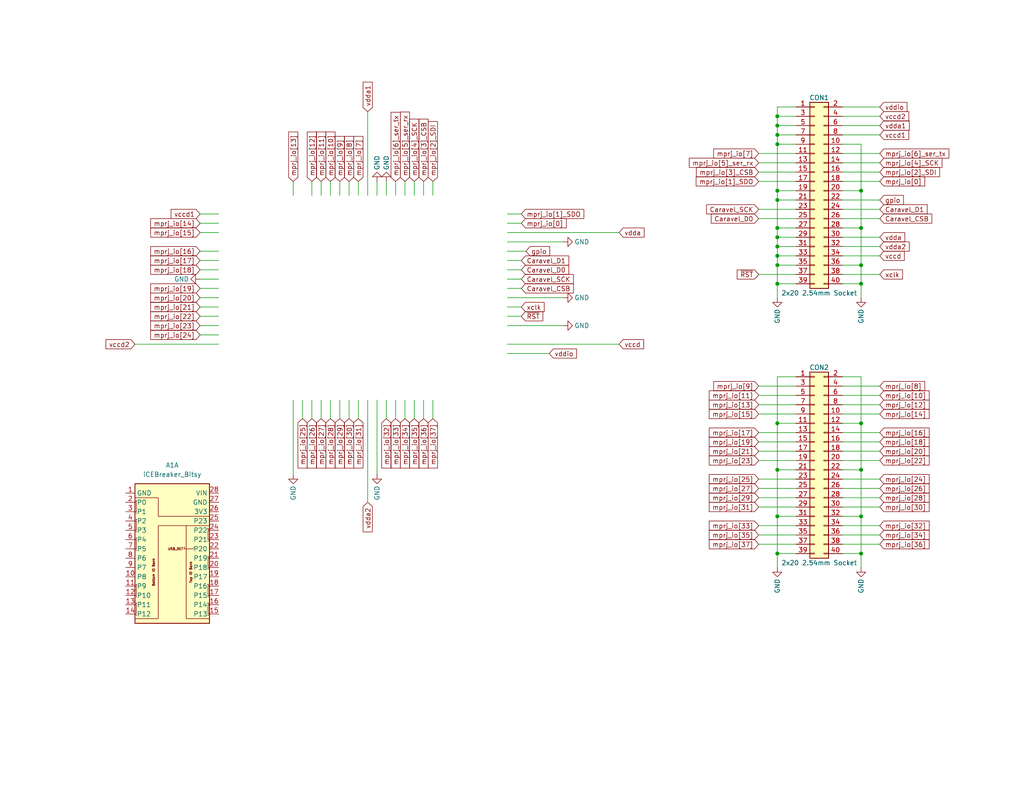
<source format=kicad_sch>
(kicad_sch (version 20211123) (generator eeschema)
  (paper "A")
  (lib_symbols
    (symbol "Connector_Generic:Conn_02x20_Odd_Even" (pin_names (offset 1.016) hide)
      (property "Reference" "J" (at 1.27 25.4 0))
      (property "Value" "Conn_02x20_Odd_Even" (at 1.27 -27.94 0))
      (symbol "Conn_02x20_Odd_Even_1_1"
        (rectangle (start -1.27 -25.273) (end 0 -25.527) (stroke (width 0.1524)))
        (rectangle (start -1.27 -22.733) (end 0 -22.987) (stroke (width 0.1524)))
        (rectangle (start -1.27 -20.193) (end 0 -20.447) (stroke (width 0.1524)))
        (rectangle (start -1.27 -17.653) (end 0 -17.907) (stroke (width 0.1524)))
        (rectangle (start -1.27 -15.113) (end 0 -15.367) (stroke (width 0.1524)))
        (rectangle (start -1.27 -12.573) (end 0 -12.827) (stroke (width 0.1524)))
        (rectangle (start -1.27 -10.033) (end 0 -10.287) (stroke (width 0.1524)))
        (rectangle (start -1.27 -7.493) (end 0 -7.747) (stroke (width 0.1524)))
        (rectangle (start -1.27 -4.953) (end 0 -5.207) (stroke (width 0.1524)))
        (rectangle (start -1.27 -2.413) (end 0 -2.667) (stroke (width 0.1524)))
        (rectangle (start -1.27 0.127) (end 0 -0.127) (stroke (width 0.1524)))
        (rectangle (start -1.27 2.667) (end 0 2.413) (stroke (width 0.1524)))
        (rectangle (start -1.27 5.207) (end 0 4.953) (stroke (width 0.1524)))
        (rectangle (start -1.27 7.747) (end 0 7.493) (stroke (width 0.1524)))
        (rectangle (start -1.27 10.287) (end 0 10.033) (stroke (width 0.1524)))
        (rectangle (start -1.27 12.827) (end 0 12.573) (stroke (width 0.1524)))
        (rectangle (start -1.27 15.367) (end 0 15.113) (stroke (width 0.1524)))
        (rectangle (start -1.27 17.907) (end 0 17.653) (stroke (width 0.1524)))
        (rectangle (start -1.27 20.447) (end 0 20.193) (stroke (width 0.1524)))
        (rectangle (start -1.27 22.987) (end 0 22.733) (stroke (width 0.1524)))
        (rectangle (start -1.27 24.13) (end 3.81 -26.67) (stroke (width 0.254)) (fill (type background)))
        (rectangle (start 3.81 -25.273) (end 2.54 -25.527) (stroke (width 0.1524)))
        (rectangle (start 3.81 -22.733) (end 2.54 -22.987) (stroke (width 0.1524)))
        (rectangle (start 3.81 -20.193) (end 2.54 -20.447) (stroke (width 0.1524)))
        (rectangle (start 3.81 -17.653) (end 2.54 -17.907) (stroke (width 0.1524)))
        (rectangle (start 3.81 -15.113) (end 2.54 -15.367) (stroke (width 0.1524)))
        (rectangle (start 3.81 -12.573) (end 2.54 -12.827) (stroke (width 0.1524)))
        (rectangle (start 3.81 -10.033) (end 2.54 -10.287) (stroke (width 0.1524)))
        (rectangle (start 3.81 -7.493) (end 2.54 -7.747) (stroke (width 0.1524)))
        (rectangle (start 3.81 -4.953) (end 2.54 -5.207) (stroke (width 0.1524)))
        (rectangle (start 3.81 -2.413) (end 2.54 -2.667) (stroke (width 0.1524)))
        (rectangle (start 3.81 0.127) (end 2.54 -0.127) (stroke (width 0.1524)))
        (rectangle (start 3.81 2.667) (end 2.54 2.413) (stroke (width 0.1524)))
        (rectangle (start 3.81 5.207) (end 2.54 4.953) (stroke (width 0.1524)))
        (rectangle (start 3.81 7.747) (end 2.54 7.493) (stroke (width 0.1524)))
        (rectangle (start 3.81 10.287) (end 2.54 10.033) (stroke (width 0.1524)))
        (rectangle (start 3.81 12.827) (end 2.54 12.573) (stroke (width 0.1524)))
        (rectangle (start 3.81 15.367) (end 2.54 15.113) (stroke (width 0.1524)))
        (rectangle (start 3.81 17.907) (end 2.54 17.653) (stroke (width 0.1524)))
        (rectangle (start 3.81 20.447) (end 2.54 20.193) (stroke (width 0.1524)))
        (rectangle (start 3.81 22.987) (end 2.54 22.733) (stroke (width 0.1524)))
        (pin passive line (at -5.08 22.86 0) (length 3.81) (name "Pin_1") (number "1"))
        (pin passive line (at 7.62 12.7 180) (length 3.81) (name "Pin_10") (number "10"))
        (pin passive line (at -5.08 10.16 0) (length 3.81) (name "Pin_11") (number "11"))
        (pin passive line (at 7.62 10.16 180) (length 3.81) (name "Pin_12") (number "12"))
        (pin passive line (at -5.08 7.62 0) (length 3.81) (name "Pin_13") (number "13"))
        (pin passive line (at 7.62 7.62 180) (length 3.81) (name "Pin_14") (number "14"))
        (pin passive line (at -5.08 5.08 0) (length 3.81) (name "Pin_15") (number "15"))
        (pin passive line (at 7.62 5.08 180) (length 3.81) (name "Pin_16") (number "16"))
        (pin passive line (at -5.08 2.54 0) (length 3.81) (name "Pin_17") (number "17"))
        (pin passive line (at 7.62 2.54 180) (length 3.81) (name "Pin_18") (number "18"))
        (pin passive line (at -5.08 0 0) (length 3.81) (name "Pin_19") (number "19"))
        (pin passive line (at 7.62 22.86 180) (length 3.81) (name "Pin_2") (number "2"))
        (pin passive line (at 7.62 0 180) (length 3.81) (name "Pin_20") (number "20"))
        (pin passive line (at -5.08 -2.54 0) (length 3.81) (name "Pin_21") (number "21"))
        (pin passive line (at 7.62 -2.54 180) (length 3.81) (name "Pin_22") (number "22"))
        (pin passive line (at -5.08 -5.08 0) (length 3.81) (name "Pin_23") (number "23"))
        (pin passive line (at 7.62 -5.08 180) (length 3.81) (name "Pin_24") (number "24"))
        (pin passive line (at -5.08 -7.62 0) (length 3.81) (name "Pin_25") (number "25"))
        (pin passive line (at 7.62 -7.62 180) (length 3.81) (name "Pin_26") (number "26"))
        (pin passive line (at -5.08 -10.16 0) (length 3.81) (name "Pin_27") (number "27"))
        (pin passive line (at 7.62 -10.16 180) (length 3.81) (name "Pin_28") (number "28"))
        (pin passive line (at -5.08 -12.7 0) (length 3.81) (name "Pin_29") (number "29"))
        (pin passive line (at -5.08 20.32 0) (length 3.81) (name "Pin_3") (number "3"))
        (pin passive line (at 7.62 -12.7 180) (length 3.81) (name "Pin_30") (number "30"))
        (pin passive line (at -5.08 -15.24 0) (length 3.81) (name "Pin_31") (number "31"))
        (pin passive line (at 7.62 -15.24 180) (length 3.81) (name "Pin_32") (number "32"))
        (pin passive line (at -5.08 -17.78 0) (length 3.81) (name "Pin_33") (number "33"))
        (pin passive line (at 7.62 -17.78 180) (length 3.81) (name "Pin_34") (number "34"))
        (pin passive line (at -5.08 -20.32 0) (length 3.81) (name "Pin_35") (number "35"))
        (pin passive line (at 7.62 -20.32 180) (length 3.81) (name "Pin_36") (number "36"))
        (pin passive line (at -5.08 -22.86 0) (length 3.81) (name "Pin_37") (number "37"))
        (pin passive line (at 7.62 -22.86 180) (length 3.81) (name "Pin_38") (number "38"))
        (pin passive line (at -5.08 -25.4 0) (length 3.81) (name "Pin_39") (number "39"))
        (pin passive line (at 7.62 20.32 180) (length 3.81) (name "Pin_4") (number "4"))
        (pin passive line (at 7.62 -25.4 180) (length 3.81) (name "Pin_40") (number "40"))
        (pin passive line (at -5.08 17.78 0) (length 3.81) (name "Pin_5") (number "5"))
        (pin passive line (at 7.62 17.78 180) (length 3.81) (name "Pin_6") (number "6"))
        (pin passive line (at -5.08 15.24 0) (length 3.81) (name "Pin_7") (number "7"))
        (pin passive line (at 7.62 15.24 180) (length 3.81) (name "Pin_8") (number "8"))
        (pin passive line (at -5.08 12.7 0) (length 3.81) (name "Pin_9") (number "9"))
      )
    )
    (symbol "ok-modules:iCEBreaker_Bitsy"
      (property "Reference" "A" (at -8.89 19.05 0))
      (property "Value" "iCEBreaker_Bitsy" (at -10.16 -21.59 0))
      (symbol "iCEBreaker_Bitsy_1_0"
        (polyline (pts (xy 3.175 0.381) (xy 3.429 0.381)))
        (polyline (pts (xy 3.302 0.508) (xy 3.302 0.254)))
        (polyline (pts (xy 5.715 0.381) (xy 5.969 0.381)))
        (polyline (pts (xy 9.652 2.159) (xy 9.906 2.159)))
        (polyline (pts (xy 9.652 5.461) (xy 9.906 5.461)))
        (polyline (pts (xy 9.779 5.334) (xy 9.779 5.588)))
        (polyline (pts (xy 10.16 -19.05) (xy 3.81 -19.05) (xy 3.81 6.35)))
        (polyline (pts (xy -10.16 13.97) (xy -3.81 13.97) (xy -3.81 8.89) (xy 10.16 8.89)))
        (polyline (pts (xy 10.16 2.54) (xy 9.779 2.54) (xy 9.779 5.08) (xy 10.16 5.08)))
        (polyline (pts (xy 10.16 6.35) (xy -3.81 6.35) (xy -3.81 -19.05) (xy -10.16 -19.05)))
        (text "Bottom IO Bank" (at -5.08 -6.35 900) (effects (font (size 0.635 0.635))))
        (text "Top IO Bank" (at 5.08 -6.35 900) (effects (font (size 0.635 0.635))))
        (text "USB_DET" (at 3.048 0 0) (effects (font (size 0.635 0.635)) (justify right)))
      )
      (symbol "iCEBreaker_Bitsy_1_1"
        (rectangle (start -10.16 17.78) (end 10.16 -20.32) (stroke (width 0.254)) (fill (type background)))
        (polyline (pts (xy -9.906 -18.161) (xy -9.652 -18.161)))
        (polyline (pts (xy -9.906 -14.859) (xy -9.652 -14.859)))
        (polyline (pts (xy -9.906 -13.081) (xy -9.652 -13.081)))
        (polyline (pts (xy -9.906 -9.779) (xy -9.652 -9.779)))
        (polyline (pts (xy -9.906 -0.381) (xy -9.652 -0.381)))
        (polyline (pts (xy -9.906 2.921) (xy -9.652 2.921)))
        (polyline (pts (xy -9.906 4.699) (xy -9.652 4.699)))
        (polyline (pts (xy -9.906 8.001) (xy -9.652 8.001)))
        (polyline (pts (xy -9.906 9.779) (xy -9.652 9.779)))
        (polyline (pts (xy -9.906 13.081) (xy -9.652 13.081)))
        (polyline (pts (xy -9.779 -14.986) (xy -9.779 -14.732)))
        (polyline (pts (xy -9.779 -9.906) (xy -9.779 -9.652)))
        (polyline (pts (xy -9.779 2.794) (xy -9.779 3.048)))
        (polyline (pts (xy -9.779 7.874) (xy -9.779 8.128)))
        (polyline (pts (xy -9.779 13.208) (xy -9.779 12.954)))
        (polyline (pts (xy 5.842 0) (xy 3.175 0)))
        (polyline (pts (xy 9.652 -18.161) (xy 9.906 -18.161)))
        (polyline (pts (xy 9.652 -14.859) (xy 9.906 -14.859)))
        (polyline (pts (xy 9.652 -13.081) (xy 9.906 -13.081)))
        (polyline (pts (xy 9.652 -9.779) (xy 9.906 -9.779)))
        (polyline (pts (xy 9.652 -5.461) (xy 9.906 -5.461)))
        (polyline (pts (xy 9.652 -2.159) (xy 9.906 -2.159)))
        (polyline (pts (xy 9.779 -14.986) (xy 9.779 -14.732)))
        (polyline (pts (xy 9.779 -9.906) (xy 9.779 -9.652)))
        (polyline (pts (xy 9.779 -2.286) (xy 9.779 -2.032)))
        (polyline (pts (xy -10.16 -15.24) (xy -9.779 -15.24) (xy -9.779 -17.78) (xy -10.16 -17.78)))
        (polyline (pts (xy -10.16 -10.16) (xy -9.779 -10.16) (xy -9.779 -12.7) (xy -10.16 -12.7)))
        (polyline (pts (xy -10.16 2.54) (xy -9.779 2.54) (xy -9.779 0) (xy -10.16 0)))
        (polyline (pts (xy -10.16 7.62) (xy -9.779 7.62) (xy -9.779 5.08) (xy -10.16 5.08)))
        (polyline (pts (xy -10.16 12.7) (xy -9.779 12.7) (xy -9.779 10.16) (xy -10.16 10.16)))
        (polyline (pts (xy 10.16 -17.78) (xy 9.779 -17.78) (xy 9.779 -15.24) (xy 10.16 -15.24)))
        (polyline (pts (xy 10.16 -12.7) (xy 9.779 -12.7) (xy 9.779 -10.16) (xy 10.16 -10.16)))
        (polyline (pts (xy 10.16 -5.08) (xy 9.779 -5.08) (xy 9.779 -2.54) (xy 10.16 -2.54)))
        (pin power_out line (at -12.7 15.24 0) (length 2.54) (name "GND") (number "1"))
        (pin bidirectional line (at -12.7 -7.62 0) (length 2.54) (name "P8") (number "10"))
        (pin bidirectional line (at -12.7 -10.16 0) (length 2.54) (name "P9") (number "11"))
        (pin bidirectional line (at -12.7 -12.7 0) (length 2.54) (name "P10") (number "12"))
        (pin bidirectional line (at -12.7 -15.24 0) (length 2.54) (name "P11") (number "13"))
        (pin bidirectional line (at -12.7 -17.78 0) (length 2.54) (name "P12") (number "14"))
        (pin bidirectional line (at 12.7 -17.78 180) (length 2.54) (name "P13") (number "15"))
        (pin bidirectional line (at 12.7 -15.24 180) (length 2.54) (name "P14") (number "16"))
        (pin bidirectional line (at 12.7 -12.7 180) (length 2.54) (name "P15") (number "17"))
        (pin bidirectional line (at 12.7 -10.16 180) (length 2.54) (name "P16") (number "18"))
        (pin bidirectional line (at 12.7 -7.62 180) (length 2.54) (name "P17") (number "19"))
        (pin bidirectional line (at -12.7 12.7 0) (length 2.54) (name "P0") (number "2"))
        (pin bidirectional line (at 12.7 -5.08 180) (length 2.54) (name "P18") (number "20"))
        (pin bidirectional line (at 12.7 -2.54 180) (length 2.54) (name "P19") (number "21"))
        (pin bidirectional line (at 12.7 0 180) (length 2.54) (name "P20") (number "22"))
        (pin bidirectional line (at 12.7 2.54 180) (length 2.54) (name "P21") (number "23"))
        (pin bidirectional line (at 12.7 5.08 180) (length 2.54) (name "P22") (number "24"))
        (pin bidirectional line (at 12.7 7.62 180) (length 2.54) (name "P23") (number "25"))
        (pin power_out line (at 12.7 10.16 180) (length 2.54) (name "3V3") (number "26"))
        (pin power_out line (at 12.7 12.7 180) (length 2.54) (name "GND") (number "27"))
        (pin power_in line (at 12.7 15.24 180) (length 2.54) (name "VIN") (number "28"))
        (pin bidirectional line (at -12.7 10.16 0) (length 2.54) (name "P1") (number "3"))
        (pin bidirectional line (at -12.7 7.62 0) (length 2.54) (name "P2") (number "4"))
        (pin bidirectional line (at -12.7 5.08 0) (length 2.54) (name "P3") (number "5"))
        (pin bidirectional line (at -12.7 2.54 0) (length 2.54) (name "P4") (number "6"))
        (pin bidirectional line (at -12.7 0 0) (length 2.54) (name "P5") (number "7"))
        (pin bidirectional line (at -12.7 -2.54 0) (length 2.54) (name "P6") (number "8"))
        (pin bidirectional line (at -12.7 -5.08 0) (length 2.54) (name "P7") (number "9"))
      )
      (symbol "iCEBreaker_Bitsy_2_1"
        (rectangle (start -5.08 7.62) (end 5.08 -5.08) (stroke (width 0.254)) (fill (type background)))
        (pin power_out line (at 7.62 -2.54 180) (length 2.54) (name "3V3") (number "29"))
        (pin power_out line (at 7.62 0 180) (length 2.54) (name "GND") (number "30"))
        (pin input line (at 7.62 2.54 180) (length 2.54) (name "CRESET") (number "31"))
        (pin output line (at 7.62 5.08 180) (length 2.54) (name "CDONE") (number "32"))
      )
      (symbol "iCEBreaker_Bitsy_3_1"
        (rectangle (start -5.08 7.62) (end 5.08 -5.08) (stroke (width 0.254)) (fill (type background)))
        (pin bidirectional line (at -7.62 -2.54 0) (length 2.54) (name "SPI_COPI") (number "33"))
        (pin bidirectional line (at -7.62 0 0) (length 2.54) (name "SPI_CIPO") (number "34"))
        (pin bidirectional line (at -7.62 2.54 0) (length 2.54) (name "SPI_SCK") (number "35"))
        (pin bidirectional line (at -7.62 5.08 0) (length 2.54) (name "SPI_CS") (number "36"))
      )
    )
    (symbol "power:GND" (power) (pin_names (offset 0))
      (property "Value" "GND" (at 0 -3.81 0))
      (symbol "GND_0_1"
        (polyline (pts (xy 0 0) (xy 0 -1.27) (xy 1.27 -1.27) (xy 0 -2.54) (xy -1.27 -1.27) (xy 0 -1.27)))
      )
      (symbol "GND_1_1"
        (pin power_in line (at 0 0 270) (length 0) hide (name "GND") (number "1"))
      )
    )
  )
  (junction (at 212.09 62.23))
  (junction (at 212.09 52.07))
  (junction (at 212.09 64.77))
  (junction (at 212.09 34.29))
  (junction (at 234.95 62.23))
  (junction (at 212.09 128.27))
  (junction (at 212.09 36.83))
  (junction (at 212.09 67.31))
  (junction (at 234.95 140.97))
  (junction (at 212.09 69.85))
  (junction (at 212.09 72.39))
  (junction (at 212.09 77.47))
  (junction (at 234.95 151.13))
  (junction (at 212.09 115.57))
  (junction (at 212.09 151.13))
  (junction (at 234.95 115.57))
  (junction (at 234.95 52.07))
  (junction (at 212.09 39.37))
  (junction (at 212.09 31.75))
  (junction (at 234.95 128.27))
  (junction (at 212.09 54.61))
  (junction (at 234.95 72.39))
  (junction (at 212.09 140.97))
  (junction (at 234.95 77.47))
  (wire (pts (xy 229.87 120.65) (xy 240.03 120.65)))
  (wire (pts (xy 229.87 135.89) (xy 240.03 135.89)))
  (wire (pts (xy 100.33 30.48) (xy 100.33 53.34)))
  (wire (pts (xy 207.01 74.93) (xy 217.17 74.93)))
  (wire (pts (xy 138.43 96.52) (xy 149.86 96.52)))
  (wire (pts (xy 217.17 69.85) (xy 212.09 69.85)))
  (wire (pts (xy 229.87 29.21) (xy 240.03 29.21)))
  (wire (pts (xy 207.01 59.69) (xy 217.17 59.69)))
  (wire (pts (xy 59.69 83.82) (xy 54.61 83.82)))
  (wire (pts (xy 138.43 63.5) (xy 168.91 63.5)))
  (wire (pts (xy 229.87 74.93) (xy 240.03 74.93)))
  (wire (pts (xy 229.87 105.41) (xy 240.03 105.41)))
  (wire (pts (xy 207.01 113.03) (xy 217.17 113.03)))
  (wire (pts (xy 212.09 36.83) (xy 212.09 39.37)))
  (wire (pts (xy 59.69 73.66) (xy 54.61 73.66)))
  (wire (pts (xy 229.87 118.11) (xy 240.03 118.11)))
  (wire (pts (xy 212.09 102.87) (xy 212.09 115.57)))
  (wire (pts (xy 229.87 115.57) (xy 234.95 115.57)))
  (wire (pts (xy 229.87 125.73) (xy 240.03 125.73)))
  (wire (pts (xy 207.01 123.19) (xy 217.17 123.19)))
  (wire (pts (xy 212.09 128.27) (xy 212.09 140.97)))
  (wire (pts (xy 207.01 118.11) (xy 217.17 118.11)))
  (wire (pts (xy 229.87 34.29) (xy 240.03 34.29)))
  (wire (pts (xy 82.55 114.3) (xy 82.55 109.22)))
  (wire (pts (xy 80.01 49.53) (xy 80.01 53.34)))
  (wire (pts (xy 142.24 71.12) (xy 138.43 71.12)))
  (wire (pts (xy 207.01 125.73) (xy 217.17 125.73)))
  (wire (pts (xy 80.01 129.54) (xy 80.01 109.22)))
  (wire (pts (xy 115.57 114.3) (xy 115.57 109.22)))
  (wire (pts (xy 212.09 31.75) (xy 217.17 31.75)))
  (wire (pts (xy 229.87 110.49) (xy 240.03 110.49)))
  (wire (pts (xy 229.87 62.23) (xy 234.95 62.23)))
  (wire (pts (xy 229.87 49.53) (xy 240.03 49.53)))
  (wire (pts (xy 234.95 128.27) (xy 234.95 140.97)))
  (wire (pts (xy 54.61 58.42) (xy 59.69 58.42)))
  (wire (pts (xy 229.87 146.05) (xy 240.03 146.05)))
  (wire (pts (xy 113.03 114.3) (xy 113.03 109.22)))
  (wire (pts (xy 207.01 49.53) (xy 217.17 49.53)))
  (wire (pts (xy 142.24 83.82) (xy 138.43 83.82)))
  (wire (pts (xy 217.17 102.87) (xy 212.09 102.87)))
  (wire (pts (xy 229.87 57.15) (xy 240.03 57.15)))
  (wire (pts (xy 92.71 114.3) (xy 92.71 109.22)))
  (wire (pts (xy 36.83 93.98) (xy 59.69 93.98)))
  (wire (pts (xy 229.87 140.97) (xy 234.95 140.97)))
  (wire (pts (xy 97.79 114.3) (xy 97.79 109.22)))
  (wire (pts (xy 229.87 123.19) (xy 240.03 123.19)))
  (wire (pts (xy 212.09 64.77) (xy 212.09 67.31)))
  (wire (pts (xy 110.49 114.3) (xy 110.49 109.22)))
  (wire (pts (xy 212.09 39.37) (xy 217.17 39.37)))
  (wire (pts (xy 207.01 146.05) (xy 217.17 146.05)))
  (wire (pts (xy 207.01 143.51) (xy 217.17 143.51)))
  (wire (pts (xy 138.43 93.98) (xy 168.91 93.98)))
  (wire (pts (xy 207.01 138.43) (xy 217.17 138.43)))
  (wire (pts (xy 212.09 34.29) (xy 212.09 36.83)))
  (wire (pts (xy 212.09 54.61) (xy 212.09 62.23)))
  (wire (pts (xy 229.87 107.95) (xy 240.03 107.95)))
  (wire (pts (xy 229.87 72.39) (xy 234.95 72.39)))
  (wire (pts (xy 100.33 109.22) (xy 100.33 137.16)))
  (wire (pts (xy 212.09 69.85) (xy 212.09 72.39)))
  (wire (pts (xy 207.01 120.65) (xy 217.17 120.65)))
  (wire (pts (xy 90.17 49.53) (xy 90.17 53.34)))
  (wire (pts (xy 212.09 140.97) (xy 217.17 140.97)))
  (wire (pts (xy 229.87 67.31) (xy 240.03 67.31)))
  (wire (pts (xy 105.41 49.53) (xy 105.41 53.34)))
  (wire (pts (xy 142.24 73.66) (xy 138.43 73.66)))
  (wire (pts (xy 212.09 151.13) (xy 212.09 154.94)))
  (wire (pts (xy 142.24 78.74) (xy 138.43 78.74)))
  (wire (pts (xy 110.49 49.53) (xy 110.49 53.34)))
  (wire (pts (xy 212.09 77.47) (xy 217.17 77.47)))
  (wire (pts (xy 90.17 114.3) (xy 90.17 109.22)))
  (wire (pts (xy 234.95 72.39) (xy 234.95 77.47)))
  (wire (pts (xy 85.09 114.3) (xy 85.09 109.22)))
  (wire (pts (xy 87.63 114.3) (xy 87.63 109.22)))
  (wire (pts (xy 118.11 53.34) (xy 118.11 49.53)))
  (wire (pts (xy 229.87 130.81) (xy 240.03 130.81)))
  (wire (pts (xy 234.95 77.47) (xy 234.95 81.28)))
  (wire (pts (xy 153.67 66.04) (xy 138.43 66.04)))
  (wire (pts (xy 234.95 140.97) (xy 234.95 151.13)))
  (wire (pts (xy 212.09 31.75) (xy 212.09 34.29)))
  (wire (pts (xy 229.87 148.59) (xy 240.03 148.59)))
  (wire (pts (xy 229.87 138.43) (xy 240.03 138.43)))
  (wire (pts (xy 217.17 72.39) (xy 212.09 72.39)))
  (wire (pts (xy 217.17 64.77) (xy 212.09 64.77)))
  (wire (pts (xy 143.51 68.58) (xy 138.43 68.58)))
  (wire (pts (xy 229.87 46.99) (xy 240.03 46.99)))
  (wire (pts (xy 59.69 91.44) (xy 54.61 91.44)))
  (wire (pts (xy 107.95 49.53) (xy 107.95 53.34)))
  (wire (pts (xy 95.25 49.53) (xy 95.25 53.34)))
  (wire (pts (xy 207.01 44.45) (xy 217.17 44.45)))
  (wire (pts (xy 229.87 64.77) (xy 240.03 64.77)))
  (wire (pts (xy 92.71 49.53) (xy 92.71 53.34)))
  (wire (pts (xy 113.03 49.53) (xy 113.03 53.34)))
  (wire (pts (xy 212.09 67.31) (xy 212.09 69.85)))
  (wire (pts (xy 142.24 76.2) (xy 138.43 76.2)))
  (wire (pts (xy 207.01 110.49) (xy 217.17 110.49)))
  (wire (pts (xy 207.01 107.95) (xy 217.17 107.95)))
  (wire (pts (xy 207.01 148.59) (xy 217.17 148.59)))
  (wire (pts (xy 59.69 81.28) (xy 54.61 81.28)))
  (wire (pts (xy 212.09 29.21) (xy 217.17 29.21)))
  (wire (pts (xy 212.09 115.57) (xy 212.09 128.27)))
  (wire (pts (xy 59.69 68.58) (xy 54.61 68.58)))
  (wire (pts (xy 229.87 113.03) (xy 240.03 113.03)))
  (wire (pts (xy 229.87 41.91) (xy 240.03 41.91)))
  (wire (pts (xy 234.95 115.57) (xy 234.95 128.27)))
  (wire (pts (xy 229.87 102.87) (xy 234.95 102.87)))
  (wire (pts (xy 97.79 49.53) (xy 97.79 53.34)))
  (wire (pts (xy 207.01 41.91) (xy 217.17 41.91)))
  (wire (pts (xy 59.69 71.12) (xy 54.61 71.12)))
  (wire (pts (xy 212.09 128.27) (xy 217.17 128.27)))
  (wire (pts (xy 212.09 29.21) (xy 212.09 31.75)))
  (wire (pts (xy 102.87 53.34) (xy 102.87 49.53)))
  (wire (pts (xy 217.17 62.23) (xy 212.09 62.23)))
  (wire (pts (xy 212.09 115.57) (xy 217.17 115.57)))
  (wire (pts (xy 229.87 44.45) (xy 240.03 44.45)))
  (wire (pts (xy 59.69 78.74) (xy 54.61 78.74)))
  (wire (pts (xy 234.95 151.13) (xy 234.95 154.94)))
  (wire (pts (xy 229.87 59.69) (xy 240.03 59.69)))
  (wire (pts (xy 115.57 49.53) (xy 115.57 53.34)))
  (wire (pts (xy 229.87 31.75) (xy 240.03 31.75)))
  (wire (pts (xy 229.87 151.13) (xy 234.95 151.13)))
  (wire (pts (xy 229.87 52.07) (xy 234.95 52.07)))
  (wire (pts (xy 207.01 57.15) (xy 217.17 57.15)))
  (wire (pts (xy 153.67 88.9) (xy 138.43 88.9)))
  (wire (pts (xy 229.87 69.85) (xy 240.03 69.85)))
  (wire (pts (xy 212.09 52.07) (xy 212.09 54.61)))
  (wire (pts (xy 54.61 63.5) (xy 59.69 63.5)))
  (wire (pts (xy 85.09 49.53) (xy 85.09 53.34)))
  (wire (pts (xy 212.09 34.29) (xy 217.17 34.29)))
  (wire (pts (xy 229.87 77.47) (xy 234.95 77.47)))
  (wire (pts (xy 105.41 114.3) (xy 105.41 109.22)))
  (wire (pts (xy 212.09 39.37) (xy 212.09 52.07)))
  (wire (pts (xy 229.87 133.35) (xy 240.03 133.35)))
  (wire (pts (xy 229.87 39.37) (xy 234.95 39.37)))
  (wire (pts (xy 59.69 86.36) (xy 54.61 86.36)))
  (wire (pts (xy 212.09 151.13) (xy 217.17 151.13)))
  (wire (pts (xy 229.87 143.51) (xy 240.03 143.51)))
  (wire (pts (xy 212.09 77.47) (xy 212.09 81.28)))
  (wire (pts (xy 212.09 140.97) (xy 212.09 151.13)))
  (wire (pts (xy 207.01 135.89) (xy 217.17 135.89)))
  (wire (pts (xy 229.87 36.83) (xy 240.03 36.83)))
  (wire (pts (xy 207.01 130.81) (xy 217.17 130.81)))
  (wire (pts (xy 234.95 39.37) (xy 234.95 52.07)))
  (wire (pts (xy 234.95 62.23) (xy 234.95 72.39)))
  (wire (pts (xy 142.24 58.42) (xy 138.43 58.42)))
  (wire (pts (xy 212.09 36.83) (xy 217.17 36.83)))
  (wire (pts (xy 212.09 54.61) (xy 217.17 54.61)))
  (wire (pts (xy 107.95 114.3) (xy 107.95 109.22)))
  (wire (pts (xy 87.63 49.53) (xy 87.63 53.34)))
  (wire (pts (xy 207.01 133.35) (xy 217.17 133.35)))
  (wire (pts (xy 153.67 81.28) (xy 138.43 81.28)))
  (wire (pts (xy 207.01 46.99) (xy 217.17 46.99)))
  (wire (pts (xy 118.11 114.3) (xy 118.11 109.22)))
  (wire (pts (xy 95.25 114.3) (xy 95.25 109.22)))
  (wire (pts (xy 54.61 76.2) (xy 59.69 76.2)))
  (wire (pts (xy 234.95 102.87) (xy 234.95 115.57)))
  (wire (pts (xy 142.24 86.36) (xy 138.43 86.36)))
  (wire (pts (xy 212.09 62.23) (xy 212.09 64.77)))
  (wire (pts (xy 234.95 52.07) (xy 234.95 62.23)))
  (wire (pts (xy 229.87 128.27) (xy 234.95 128.27)))
  (wire (pts (xy 59.69 88.9) (xy 54.61 88.9)))
  (wire (pts (xy 207.01 105.41) (xy 217.17 105.41)))
  (wire (pts (xy 229.87 54.61) (xy 240.03 54.61)))
  (wire (pts (xy 217.17 67.31) (xy 212.09 67.31)))
  (wire (pts (xy 59.69 60.96) (xy 54.61 60.96)))
  (wire (pts (xy 102.87 129.54) (xy 102.87 109.22)))
  (wire (pts (xy 212.09 72.39) (xy 212.09 77.47)))
  (wire (pts (xy 212.09 52.07) (xy 217.17 52.07)))
  (wire (pts (xy 142.24 60.96) (xy 138.43 60.96)))
  (global_label "mprj_io[11]" (shape input) (at 207.01 107.95 180) (property "Intersheet References" "${INTERSHEET_REFS}" (effects hide)))
  (global_label "mprj_io[10]" (shape input) (at 240.03 107.95 0) (property "Intersheet References" "${INTERSHEET_REFS}" (effects hide)))
  (global_label "mprj_io[17]" (shape input) (at 54.61 71.12 180) (property "Intersheet References" "${INTERSHEET_REFS}" (effects hide)))
  (global_label "mprj_io[13]" (shape input) (at 80.01 49.53 90) (property "Intersheet References" "${INTERSHEET_REFS}" (effects hide)))
  (global_label "mprj_io[10]" (shape input) (at 90.17 49.53 90) (property "Intersheet References" "${INTERSHEET_REFS}" (effects hide)))
  (global_label "vccd2" (shape input) (at 36.83 93.98 180) (property "Intersheet References" "${INTERSHEET_REFS}" (effects hide)))
  (global_label "vccd" (shape input) (at 168.91 93.98 0) (property "Intersheet References" "${INTERSHEET_REFS}" (effects hide)))
  (global_label "mprj_io[29]" (shape input) (at 92.71 114.3 270) (property "Intersheet References" "${INTERSHEET_REFS}" (effects hide)))
  (global_label "mprj_io[17]" (shape input) (at 207.01 118.11 180) (property "Intersheet References" "${INTERSHEET_REFS}" (effects hide)))
  (global_label "vdda1" (shape input) (at 100.33 30.48 90) (property "Intersheet References" "${INTERSHEET_REFS}" (effects hide)))
  (global_label "mprj_io[31]" (shape input) (at 97.79 114.3 270) (property "Intersheet References" "${INTERSHEET_REFS}" (effects hide)))
  (global_label "Caravel_CSB" (shape input) (at 142.24 78.74 0) (property "Intersheet References" "${INTERSHEET_REFS}" (effects hide)))
  (global_label "mprj_io[19]" (shape input) (at 207.01 120.65 180) (property "Intersheet References" "${INTERSHEET_REFS}" (effects hide)))
  (global_label "vdda1" (shape input) (at 240.03 34.29 0) (property "Intersheet References" "${INTERSHEET_REFS}" (effects hide)))
  (global_label "mprj_io[5]_ser_rx" (shape input) (at 110.49 49.53 90) (property "Intersheet References" "${INTERSHEET_REFS}" (effects hide)))
  (global_label "mprj_io[16]" (shape input) (at 54.61 68.58 180) (property "Intersheet References" "${INTERSHEET_REFS}" (effects hide)))
  (global_label "mprj_io[34]" (shape input) (at 110.49 114.3 270) (property "Intersheet References" "${INTERSHEET_REFS}" (effects hide)))
  (global_label "mprj_io[12]" (shape input) (at 85.09 49.53 90) (property "Intersheet References" "${INTERSHEET_REFS}" (effects hide)))
  (global_label "mprj_io[6]_ser_tx" (shape input) (at 240.03 41.91 0) (property "Intersheet References" "${INTERSHEET_REFS}" (effects hide)))
  (global_label "vddio" (shape input) (at 240.03 29.21 0) (property "Intersheet References" "${INTERSHEET_REFS}" (effects hide)))
  (global_label "mprj_io[14]" (shape input) (at 54.61 60.96 180) (property "Intersheet References" "${INTERSHEET_REFS}" (effects hide)))
  (global_label "mprj_io[24]" (shape input) (at 240.03 130.81 0) (property "Intersheet References" "${INTERSHEET_REFS}" (effects hide)))
  (global_label "mprj_io[35]" (shape input) (at 207.01 146.05 180) (property "Intersheet References" "${INTERSHEET_REFS}" (effects hide)))
  (global_label "mprj_io[36]" (shape input) (at 115.57 114.3 270) (property "Intersheet References" "${INTERSHEET_REFS}" (effects hide)))
  (global_label "mprj_io[28]" (shape input) (at 90.17 114.3 270) (property "Intersheet References" "${INTERSHEET_REFS}" (effects hide)))
  (global_label "mprj_io[15]" (shape input) (at 207.01 113.03 180) (property "Intersheet References" "${INTERSHEET_REFS}" (effects hide)))
  (global_label "mprj_io[22]" (shape input) (at 240.03 125.73 0) (property "Intersheet References" "${INTERSHEET_REFS}" (effects hide)))
  (global_label "mprj_io[34]" (shape input) (at 240.03 146.05 0) (property "Intersheet References" "${INTERSHEET_REFS}" (effects hide)))
  (global_label "mprj_io[25]" (shape input) (at 82.55 114.3 270) (property "Intersheet References" "${INTERSHEET_REFS}" (effects hide)))
  (global_label "mprj_io[28]" (shape input) (at 240.03 135.89 0) (property "Intersheet References" "${INTERSHEET_REFS}" (effects hide)))
  (global_label "mprj_io[37]" (shape input) (at 118.11 114.3 270) (property "Intersheet References" "${INTERSHEET_REFS}" (effects hide)))
  (global_label "mprj_io[14]" (shape input) (at 240.03 113.03 0) (property "Intersheet References" "${INTERSHEET_REFS}" (effects hide)))
  (global_label "vccd1" (shape input) (at 240.03 36.83 0) (property "Intersheet References" "${INTERSHEET_REFS}" (effects hide)))
  (global_label "mprj_io[4]_SCK" (shape input) (at 113.03 49.53 90) (property "Intersheet References" "${INTERSHEET_REFS}" (effects hide)))
  (global_label "mprj_io[1]_SDO" (shape input) (at 142.24 58.42 0) (property "Intersheet References" "${INTERSHEET_REFS}" (effects hide)))
  (global_label "mprj_io[35]" (shape input) (at 113.03 114.3 270) (property "Intersheet References" "${INTERSHEET_REFS}" (effects hide)))
  (global_label "mprj_io[15]" (shape input) (at 54.61 63.5 180) (property "Intersheet References" "${INTERSHEET_REFS}" (effects hide)))
  (global_label "mprj_io[30]" (shape input) (at 95.25 114.3 270) (property "Intersheet References" "${INTERSHEET_REFS}" (effects hide)))
  (global_label "Caravel_D0" (shape input) (at 207.01 59.69 180) (property "Intersheet References" "${INTERSHEET_REFS}" (effects hide)))
  (global_label "mprj_io[2]_SDI" (shape input) (at 118.11 49.53 90) (property "Intersheet References" "${INTERSHEET_REFS}" (effects hide)))
  (global_label "mprj_io[2]_SDI" (shape input) (at 240.03 46.99 0) (property "Intersheet References" "${INTERSHEET_REFS}" (effects hide)))
  (global_label "mprj_io[5]_ser_rx" (shape input) (at 207.01 44.45 180) (property "Intersheet References" "${INTERSHEET_REFS}" (effects hide)))
  (global_label "mprj_io[6]_ser_tx" (shape input) (at 107.95 49.53 90) (property "Intersheet References" "${INTERSHEET_REFS}" (effects hide)))
  (global_label "xclk" (shape input) (at 142.24 83.82 0) (property "Intersheet References" "${INTERSHEET_REFS}" (effects hide)))
  (global_label "vdda2" (shape input) (at 100.33 137.16 270) (property "Intersheet References" "${INTERSHEET_REFS}" (effects hide)))
  (global_label "mprj_io[12]" (shape input) (at 240.03 110.49 0) (property "Intersheet References" "${INTERSHEET_REFS}" (effects hide)))
  (global_label "vccd" (shape input) (at 240.03 69.85 0) (property "Intersheet References" "${INTERSHEET_REFS}" (effects hide)))
  (global_label "vddio" (shape input) (at 149.86 96.52 0) (property "Intersheet References" "${INTERSHEET_REFS}" (effects hide)))
  (global_label "Caravel_SCK" (shape input) (at 207.01 57.15 180) (property "Intersheet References" "${INTERSHEET_REFS}" (effects hide)))
  (global_label "mprj_io[18]" (shape input) (at 240.03 120.65 0) (property "Intersheet References" "${INTERSHEET_REFS}" (effects hide)))
  (global_label "mprj_io[25]" (shape input) (at 207.01 130.81 180) (property "Intersheet References" "${INTERSHEET_REFS}" (effects hide)))
  (global_label "mprj_io[21]" (shape input) (at 54.61 83.82 180) (property "Intersheet References" "${INTERSHEET_REFS}" (effects hide)))
  (global_label "mprj_io[22]" (shape input) (at 54.61 86.36 180) (property "Intersheet References" "${INTERSHEET_REFS}" (effects hide)))
  (global_label "mprj_io[26]" (shape input) (at 85.09 114.3 270) (property "Intersheet References" "${INTERSHEET_REFS}" (effects hide)))
  (global_label "mprj_io[33]" (shape input) (at 107.95 114.3 270) (property "Intersheet References" "${INTERSHEET_REFS}" (effects hide)))
  (global_label "mprj_io[27]" (shape input) (at 87.63 114.3 270) (property "Intersheet References" "${INTERSHEET_REFS}" (effects hide)))
  (global_label "Caravel_D1" (shape input) (at 142.24 71.12 0) (property "Intersheet References" "${INTERSHEET_REFS}" (effects hide)))
  (global_label "Caravel_D0" (shape input) (at 142.24 73.66 0) (property "Intersheet References" "${INTERSHEET_REFS}" (effects hide)))
  (global_label "mprj_io[37]" (shape input) (at 207.01 148.59 180) (property "Intersheet References" "${INTERSHEET_REFS}" (effects hide)))
  (global_label "mprj_io[23]" (shape input) (at 207.01 125.73 180) (property "Intersheet References" "${INTERSHEET_REFS}" (effects hide)))
  (global_label "vdda2" (shape input) (at 240.03 67.31 0) (property "Intersheet References" "${INTERSHEET_REFS}" (effects hide)))
  (global_label "mprj_io[32]" (shape input) (at 240.03 143.51 0) (property "Intersheet References" "${INTERSHEET_REFS}" (effects hide)))
  (global_label "mprj_io[11]" (shape input) (at 87.63 49.53 90) (property "Intersheet References" "${INTERSHEET_REFS}" (effects hide)))
  (global_label "vccd1" (shape input) (at 54.61 58.42 180) (property "Intersheet References" "${INTERSHEET_REFS}" (effects hide)))
  (global_label "mprj_io[23]" (shape input) (at 54.61 88.9 180) (property "Intersheet References" "${INTERSHEET_REFS}" (effects hide)))
  (global_label "mprj_io[31]" (shape input) (at 207.01 138.43 180) (property "Intersheet References" "${INTERSHEET_REFS}" (effects hide)))
  (global_label "mprj_io[21]" (shape input) (at 207.01 123.19 180) (property "Intersheet References" "${INTERSHEET_REFS}" (effects hide)))
  (global_label "mprj_io[9]" (shape input) (at 207.01 105.41 180) (property "Intersheet References" "${INTERSHEET_REFS}" (effects hide)))
  (global_label "vccd2" (shape input) (at 240.03 31.75 0) (property "Intersheet References" "${INTERSHEET_REFS}" (effects hide)))
  (global_label "mprj_io[24]" (shape input) (at 54.61 91.44 180) (property "Intersheet References" "${INTERSHEET_REFS}" (effects hide)))
  (global_label "mprj_io[36]" (shape input) (at 240.03 148.59 0) (property "Intersheet References" "${INTERSHEET_REFS}" (effects hide)))
  (global_label "mprj_io[7]" (shape input) (at 97.79 49.53 90) (property "Intersheet References" "${INTERSHEET_REFS}" (effects hide)))
  (global_label "Caravel_SCK" (shape input) (at 142.24 76.2 0) (property "Intersheet References" "${INTERSHEET_REFS}" (effects hide)))
  (global_label "mprj_io[19]" (shape input) (at 54.61 78.74 180) (property "Intersheet References" "${INTERSHEET_REFS}" (effects hide)))
  (global_label "mprj_io[4]_SCK" (shape input) (at 240.03 44.45 0) (property "Intersheet References" "${INTERSHEET_REFS}" (effects hide)))
  (global_label "mprj_io[30]" (shape input) (at 240.03 138.43 0) (property "Intersheet References" "${INTERSHEET_REFS}" (effects hide)))
  (global_label "gpio" (shape input) (at 240.03 54.61 0) (property "Intersheet References" "${INTERSHEET_REFS}" (effects hide)))
  (global_label "mprj_io[8]" (shape input) (at 95.25 49.53 90) (property "Intersheet References" "${INTERSHEET_REFS}" (effects hide)))
  (global_label "mprj_io[26]" (shape input) (at 240.03 133.35 0) (property "Intersheet References" "${INTERSHEET_REFS}" (effects hide)))
  (global_label "~{RST}" (shape input) (at 207.01 74.93 180) (property "Intersheet References" "${INTERSHEET_REFS}" (effects hide)))
  (global_label "mprj_io[32]" (shape input) (at 105.41 114.3 270) (property "Intersheet References" "${INTERSHEET_REFS}" (effects hide)))
  (global_label "mprj_io[8]" (shape input) (at 240.03 105.41 0) (property "Intersheet References" "${INTERSHEET_REFS}" (effects hide)))
  (global_label "~{RST}" (shape input) (at 142.24 86.36 0) (property "Intersheet References" "${INTERSHEET_REFS}" (effects hide)))
  (global_label "mprj_io[27]" (shape input) (at 207.01 133.35 180) (property "Intersheet References" "${INTERSHEET_REFS}" (effects hide)))
  (global_label "mprj_io[29]" (shape input) (at 207.01 135.89 180) (property "Intersheet References" "${INTERSHEET_REFS}" (effects hide)))
  (global_label "mprj_io[9]" (shape input) (at 92.71 49.53 90) (property "Intersheet References" "${INTERSHEET_REFS}" (effects hide)))
  (global_label "xclk" (shape input) (at 240.03 74.93 0) (property "Intersheet References" "${INTERSHEET_REFS}" (effects hide)))
  (global_label "mprj_io[3]_CSB" (shape input) (at 207.01 46.99 180) (property "Intersheet References" "${INTERSHEET_REFS}" (effects hide)))
  (global_label "mprj_io[18]" (shape input) (at 54.61 73.66 180) (property "Intersheet References" "${INTERSHEET_REFS}" (effects hide)))
  (global_label "mprj_io[1]_SDO" (shape input) (at 207.01 49.53 180) (property "Intersheet References" "${INTERSHEET_REFS}" (effects hide)))
  (global_label "mprj_io[33]" (shape input) (at 207.01 143.51 180) (property "Intersheet References" "${INTERSHEET_REFS}" (effects hide)))
  (global_label "Caravel_D1" (shape input) (at 240.03 57.15 0) (property "Intersheet References" "${INTERSHEET_REFS}" (effects hide)))
  (global_label "vdda" (shape input) (at 240.03 64.77 0) (property "Intersheet References" "${INTERSHEET_REFS}" (effects hide)))
  (global_label "mprj_io[16]" (shape input) (at 240.03 118.11 0) (property "Intersheet References" "${INTERSHEET_REFS}" (effects hide)))
  (global_label "mprj_io[13]" (shape input) (at 207.01 110.49 180) (property "Intersheet References" "${INTERSHEET_REFS}" (effects hide)))
  (global_label "mprj_io[20]" (shape input) (at 54.61 81.28 180) (property "Intersheet References" "${INTERSHEET_REFS}" (effects hide)))
  (global_label "mprj_io[20]" (shape input) (at 240.03 123.19 0) (property "Intersheet References" "${INTERSHEET_REFS}" (effects hide)))
  (global_label "vdda" (shape input) (at 168.91 63.5 0) (property "Intersheet References" "${INTERSHEET_REFS}" (effects hide)))
  (global_label "gpio" (shape input) (at 143.51 68.58 0) (property "Intersheet References" "${INTERSHEET_REFS}" (effects hide)))
  (global_label "mprj_io[0]" (shape input) (at 240.03 49.53 0) (property "Intersheet References" "${INTERSHEET_REFS}" (effects hide)))
  (global_label "mprj_io[3]_CSB" (shape input) (at 115.57 49.53 90) (property "Intersheet References" "${INTERSHEET_REFS}" (effects hide)))
  (global_label "mprj_io[7]" (shape input) (at 207.01 41.91 180) (property "Intersheet References" "${INTERSHEET_REFS}" (effects hide)))
  (global_label "Caravel_CSB" (shape input) (at 240.03 59.69 0) (property "Intersheet References" "${INTERSHEET_REFS}" (effects hide)))
  (global_label "mprj_io[0]" (shape input) (at 142.24 60.96 0) (property "Intersheet References" "${INTERSHEET_REFS}" (effects hide)))
  (symbol (lib_id "power:GND") (at 102.87 129.54 0) (unit 1)
    (property "Reference" "#PWR013" (effects hide))
    (property "Value" "GND" (at 102.87 134.62 90))
  )
  (symbol (lib_id "power:GND") (at 153.67 88.9 90) (unit 1)
    (property "Reference" "#PWR023" (effects hide))
    (property "Value" "GND" (at 158.75 88.9 90))
  )
  (symbol (lib_id "power:GND") (at 153.67 66.04 90) (unit 1)
    (property "Reference" "#PWR021" (effects hide))
    (property "Value" "GND" (at 158.75 66.04 90))
  )
  (symbol (lib_id "power:GND") (at 153.67 81.28 90) (unit 1)
    (property "Reference" "#PWR022" (effects hide))
    (property "Value" "GND" (at 158.75 81.28 90))
  )
  (symbol (lib_id "power:GND") (at 102.87 49.53 180) (unit 1)
    (property "Reference" "#PWR012" (effects hide))
    (property "Value" "GND" (at 102.87 44.45 90))
  )
  (symbol (lib_id "power:GND") (at 105.41 49.53 180) (unit 1)
    (property "Reference" "#PWR014" (effects hide))
    (property "Value" "GND" (at 105.41 44.45 90))
  )
  (symbol (lib_id "power:GND") (at 80.01 129.54 0) (unit 1)
    (property "Reference" "#PWR011" (effects hide))
    (property "Value" "GND" (at 80.01 134.62 90))
  )
  (symbol (lib_id "power:GND") (at 54.61 76.2 270) (unit 1)
    (property "Reference" "#PWR05" (effects hide))
    (property "Value" "GND" (at 49.53 76.2 90))
  )
  (symbol (lib_id "Connector_Generic:Conn_02x20_Odd_Even") (at 222.25 52.07 0) (unit 1)
    (property "Reference" "CON1" (at 223.52 26.67 0))
    (property "Value" "2x20 2.54mm Socket" (at 223.52 80.01 0))
    (property "Footprint" "ok-connectors:PinSocket_2x20_P2.54mm_Vertical_Center_Rev" (effects hide))
  )
  (symbol (lib_id "power:GND") (at 234.95 81.28 0) (unit 1)
    (property "Reference" "#PWR0104" (effects hide))
    (property "Value" "GND" (at 234.95 86.36 90))
  )
  (symbol (lib_id "ok-modules:iCEBreaker_Bitsy") (at 46.99 149.86 0) (unit 1)
    (property "Reference" "A1" (at 46.99 127 0))
    (property "Value" "iCEBreaker_Bitsy" (at 46.99 129.54 0))
    (property "Footprint" "ok-modules:iCEBreaker_Bitsy_THT" (effects hide))
    (property "Datasheet" "https://docs.icebreaker-fpga.org" (effects hide))
    (property "LibSource" "https://github.com/esden/pretty-kicad-libs/tree/master/pkl_module.pretty" (effects hide))
  )
  (symbol (lib_id "power:GND") (at 212.09 81.28 0) (unit 1)
    (property "Reference" "#PWR0105" (effects hide))
    (property "Value" "GND" (at 212.09 86.36 90))
  )
  (symbol (lib_id "power:GND") (at 212.09 154.94 0) (unit 1)
    (property "Reference" "#PWR0102" (effects hide))
    (property "Value" "GND" (at 212.09 160.02 90))
  )
  (symbol (lib_id "power:GND") (at 234.95 154.94 0) (unit 1)
    (property "Reference" "#PWR0103" (effects hide))
    (property "Value" "GND" (at 234.95 160.02 90))
  )
  (symbol (lib_id "Connector_Generic:Conn_02x20_Odd_Even") (at 222.25 125.73 0) (unit 1)
    (property "Reference" "CON2" (at 223.52 100.33 0))
    (property "Value" "2x20 2.54mm Socket" (at 223.52 153.67 0))
    (property "Footprint" "ok-connectors:PinSocket_2x20_P2.54mm_Vertical_Center_Rev" (effects hide))
  )
)
</source>
